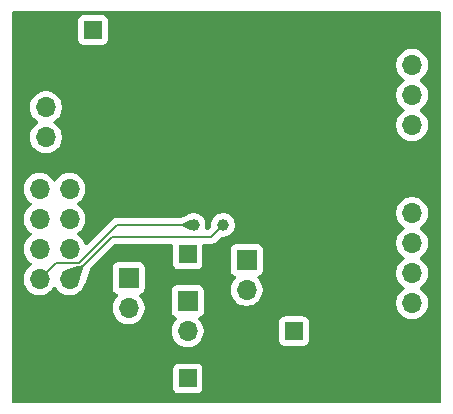
<source format=gbl>
G04 #@! TF.GenerationSoftware,KiCad,Pcbnew,9.0.0*
G04 #@! TF.CreationDate,2025-03-07T02:47:21-06:00*
G04 #@! TF.ProjectId,ATWILC1000_Breakout,41545749-4c43-4313-9030-305f42726561,rev?*
G04 #@! TF.SameCoordinates,Original*
G04 #@! TF.FileFunction,Copper,L2,Bot*
G04 #@! TF.FilePolarity,Positive*
%FSLAX46Y46*%
G04 Gerber Fmt 4.6, Leading zero omitted, Abs format (unit mm)*
G04 Created by KiCad (PCBNEW 9.0.0) date 2025-03-07 02:47:21*
%MOMM*%
%LPD*%
G01*
G04 APERTURE LIST*
G04 #@! TA.AperFunction,ComponentPad*
%ADD10R,1.700000X1.700000*%
G04 #@! TD*
G04 #@! TA.AperFunction,ComponentPad*
%ADD11O,1.700000X1.700000*%
G04 #@! TD*
G04 #@! TA.AperFunction,ComponentPad*
%ADD12R,1.500000X1.500000*%
G04 #@! TD*
G04 #@! TA.AperFunction,ViaPad*
%ADD13C,1.000000*%
G04 #@! TD*
G04 #@! TA.AperFunction,ViaPad*
%ADD14C,0.500000*%
G04 #@! TD*
G04 #@! TA.AperFunction,Conductor*
%ADD15C,0.200000*%
G04 #@! TD*
G04 APERTURE END LIST*
D10*
X130500000Y-96000000D03*
D11*
X130500000Y-98540000D03*
X130500000Y-101080000D03*
D10*
X161500000Y-92420000D03*
D11*
X161500000Y-94960000D03*
X161500000Y-97500000D03*
X161500000Y-100040000D03*
D10*
X132500000Y-115620000D03*
D11*
X129960000Y-115620000D03*
X132500000Y-113080000D03*
X129960000Y-113080000D03*
X132500000Y-110540000D03*
X129960000Y-110540000D03*
X132500000Y-108000000D03*
X129960000Y-108000000D03*
X132500000Y-105460000D03*
X129960000Y-105460000D03*
D12*
X130000000Y-92000000D03*
D10*
X147500000Y-111460000D03*
D11*
X147500000Y-114000000D03*
X147500000Y-116540000D03*
X147500000Y-119080000D03*
D12*
X142500000Y-121500000D03*
D10*
X142500000Y-114960000D03*
D11*
X142500000Y-117500000D03*
D12*
X134500000Y-92000000D03*
D10*
X161500000Y-117660000D03*
D11*
X161500000Y-115120000D03*
X161500000Y-112580000D03*
X161500000Y-110040000D03*
X161500000Y-107500000D03*
D12*
X142500000Y-111000000D03*
X151500000Y-117500000D03*
D10*
X137500000Y-113000000D03*
D11*
X137500000Y-115540000D03*
X137500000Y-118080000D03*
X137500000Y-120620000D03*
D12*
X158000000Y-120660000D03*
D13*
X145500000Y-99500000D03*
D14*
X153000000Y-107085678D03*
D13*
X147500000Y-99500000D03*
X146480000Y-100730000D03*
D14*
X155976431Y-92147304D03*
D13*
X145500000Y-102000000D03*
X147500000Y-102000000D03*
D14*
X141292000Y-96208000D03*
D13*
X143000000Y-108500000D03*
X145500000Y-108500000D03*
D15*
X136512906Y-108500016D02*
X143000000Y-108500000D01*
X136512906Y-108500016D02*
X133321905Y-111691014D01*
X131349005Y-111691013D02*
X133321905Y-111691014D01*
X131349005Y-111691013D02*
X129960000Y-113080000D01*
X144499999Y-109500000D02*
X145500000Y-108500000D01*
X144499999Y-109500000D02*
X136080007Y-109500016D01*
X136080007Y-109500016D02*
X132500000Y-113080000D01*
G04 #@! TA.AperFunction,Conductor*
G36*
X142727687Y-108092426D02*
G01*
X142996630Y-108493484D01*
X142998392Y-108502263D01*
X142996630Y-108506516D01*
X142727687Y-108907573D01*
X142720233Y-108912536D01*
X142713230Y-108911754D01*
X142016567Y-108603083D01*
X142010392Y-108596599D01*
X142009607Y-108592386D01*
X142009607Y-108407613D01*
X142013034Y-108399340D01*
X142016566Y-108396916D01*
X142713232Y-108088244D01*
X142722183Y-108088027D01*
X142727687Y-108092426D01*
G37*
G04 #@! TD.AperFunction*
G04 #@! TA.AperFunction,Conductor*
G36*
X133627750Y-111826685D02*
G01*
X133756133Y-111955068D01*
X133759560Y-111963341D01*
X133758962Y-111967033D01*
X133336922Y-113236039D01*
X133331060Y-113242808D01*
X133323549Y-113243824D01*
X132506978Y-113082227D01*
X132499527Y-113077260D01*
X132497772Y-113073021D01*
X132336175Y-112256450D01*
X132337930Y-112247669D01*
X132343957Y-112243078D01*
X133098576Y-111992111D01*
X133102268Y-111991513D01*
X133280014Y-111991513D01*
X133280018Y-111991514D01*
X133282343Y-111991514D01*
X133361469Y-111991514D01*
X133361469Y-111991513D01*
X133399680Y-111981274D01*
X133437892Y-111971036D01*
X133437896Y-111971034D01*
X133465550Y-111955068D01*
X133506416Y-111931474D01*
X133562365Y-111875525D01*
X133562366Y-111875524D01*
X133611205Y-111826684D01*
X133619477Y-111823258D01*
X133627750Y-111826685D01*
G37*
G04 #@! TD.AperFunction*
G04 #@! TA.AperFunction,Conductor*
G36*
X163892539Y-90394685D02*
G01*
X163938294Y-90447489D01*
X163949500Y-90499000D01*
X163949500Y-123450500D01*
X163929815Y-123517539D01*
X163877011Y-123563294D01*
X163825500Y-123574500D01*
X127749500Y-123574500D01*
X127682461Y-123554815D01*
X127636706Y-123502011D01*
X127625500Y-123450500D01*
X127625500Y-120702135D01*
X141249500Y-120702135D01*
X141249500Y-122297870D01*
X141249501Y-122297876D01*
X141255908Y-122357483D01*
X141306202Y-122492328D01*
X141306206Y-122492335D01*
X141392452Y-122607544D01*
X141392455Y-122607547D01*
X141507664Y-122693793D01*
X141507671Y-122693797D01*
X141642517Y-122744091D01*
X141642516Y-122744091D01*
X141649444Y-122744835D01*
X141702127Y-122750500D01*
X143297872Y-122750499D01*
X143357483Y-122744091D01*
X143492331Y-122693796D01*
X143607546Y-122607546D01*
X143693796Y-122492331D01*
X143744091Y-122357483D01*
X143750500Y-122297873D01*
X143750499Y-120702128D01*
X143744091Y-120642517D01*
X143693796Y-120507669D01*
X143693795Y-120507668D01*
X143693793Y-120507664D01*
X143607547Y-120392455D01*
X143607544Y-120392452D01*
X143492335Y-120306206D01*
X143492328Y-120306202D01*
X143357482Y-120255908D01*
X143357483Y-120255908D01*
X143297883Y-120249501D01*
X143297881Y-120249500D01*
X143297873Y-120249500D01*
X143297864Y-120249500D01*
X141702129Y-120249500D01*
X141702123Y-120249501D01*
X141642516Y-120255908D01*
X141507671Y-120306202D01*
X141507664Y-120306206D01*
X141392455Y-120392452D01*
X141392452Y-120392455D01*
X141306206Y-120507664D01*
X141306202Y-120507671D01*
X141255908Y-120642517D01*
X141249501Y-120702116D01*
X141249501Y-120702123D01*
X141249500Y-120702135D01*
X127625500Y-120702135D01*
X127625500Y-105353713D01*
X128609500Y-105353713D01*
X128609500Y-105566286D01*
X128642753Y-105776239D01*
X128708444Y-105978414D01*
X128804951Y-106167820D01*
X128929890Y-106339786D01*
X129080213Y-106490109D01*
X129252182Y-106615050D01*
X129260946Y-106619516D01*
X129311742Y-106667491D01*
X129328536Y-106735312D01*
X129305998Y-106801447D01*
X129260946Y-106840484D01*
X129252182Y-106844949D01*
X129080213Y-106969890D01*
X128929890Y-107120213D01*
X128804951Y-107292179D01*
X128708444Y-107481585D01*
X128642753Y-107683760D01*
X128636560Y-107722861D01*
X128609500Y-107893713D01*
X128609500Y-108106287D01*
X128642754Y-108316243D01*
X128670442Y-108401459D01*
X128708444Y-108518414D01*
X128804951Y-108707820D01*
X128929890Y-108879786D01*
X129080213Y-109030109D01*
X129252182Y-109155050D01*
X129260946Y-109159516D01*
X129311742Y-109207491D01*
X129328536Y-109275312D01*
X129305998Y-109341447D01*
X129260946Y-109380484D01*
X129252182Y-109384949D01*
X129080213Y-109509890D01*
X128929890Y-109660213D01*
X128804951Y-109832179D01*
X128708444Y-110021585D01*
X128642753Y-110223760D01*
X128625980Y-110329664D01*
X128609500Y-110433713D01*
X128609500Y-110646287D01*
X128642754Y-110856243D01*
X128663402Y-110919792D01*
X128708444Y-111058414D01*
X128804951Y-111247820D01*
X128929890Y-111419786D01*
X129080213Y-111570109D01*
X129252182Y-111695050D01*
X129260946Y-111699516D01*
X129311742Y-111747491D01*
X129328536Y-111815312D01*
X129305998Y-111881447D01*
X129260946Y-111920484D01*
X129252182Y-111924949D01*
X129080213Y-112049890D01*
X128929890Y-112200213D01*
X128804951Y-112372179D01*
X128708444Y-112561585D01*
X128642753Y-112763760D01*
X128609500Y-112973713D01*
X128609500Y-113186286D01*
X128640446Y-113381676D01*
X128642754Y-113396243D01*
X128670484Y-113481588D01*
X128708444Y-113598414D01*
X128804951Y-113787820D01*
X128929890Y-113959786D01*
X129080213Y-114110109D01*
X129252179Y-114235048D01*
X129252181Y-114235049D01*
X129252184Y-114235051D01*
X129441588Y-114331557D01*
X129643757Y-114397246D01*
X129853713Y-114430500D01*
X129853714Y-114430500D01*
X130066286Y-114430500D01*
X130066287Y-114430500D01*
X130276243Y-114397246D01*
X130478412Y-114331557D01*
X130667816Y-114235051D01*
X130705676Y-114207544D01*
X130839786Y-114110109D01*
X130839788Y-114110106D01*
X130839792Y-114110104D01*
X130990104Y-113959792D01*
X130990106Y-113959788D01*
X130990109Y-113959786D01*
X131115048Y-113787820D01*
X131115047Y-113787820D01*
X131115051Y-113787816D01*
X131119514Y-113779054D01*
X131167488Y-113728259D01*
X131235308Y-113711463D01*
X131301444Y-113733999D01*
X131340486Y-113779056D01*
X131344951Y-113787820D01*
X131469890Y-113959786D01*
X131620213Y-114110109D01*
X131792179Y-114235048D01*
X131792181Y-114235049D01*
X131792184Y-114235051D01*
X131981588Y-114331557D01*
X132183757Y-114397246D01*
X132393713Y-114430500D01*
X132393714Y-114430500D01*
X132606286Y-114430500D01*
X132606287Y-114430500D01*
X132816243Y-114397246D01*
X133018412Y-114331557D01*
X133207816Y-114235051D01*
X133245676Y-114207544D01*
X133379786Y-114110109D01*
X133379788Y-114110106D01*
X133379792Y-114110104D01*
X133530104Y-113959792D01*
X133530106Y-113959788D01*
X133530109Y-113959786D01*
X133655048Y-113787820D01*
X133655047Y-113787820D01*
X133655051Y-113787816D01*
X133751557Y-113598412D01*
X133817246Y-113396243D01*
X133817248Y-113396229D01*
X133818292Y-113391880D01*
X133821208Y-113381676D01*
X133850971Y-113292184D01*
X134197459Y-112250348D01*
X134227440Y-112201802D01*
X134235449Y-112193793D01*
X134327108Y-112102135D01*
X136149500Y-112102135D01*
X136149500Y-113897870D01*
X136149501Y-113897876D01*
X136155908Y-113957483D01*
X136206202Y-114092328D01*
X136206206Y-114092335D01*
X136292452Y-114207544D01*
X136292455Y-114207547D01*
X136407664Y-114293793D01*
X136407671Y-114293797D01*
X136539082Y-114342810D01*
X136595016Y-114384681D01*
X136619433Y-114450145D01*
X136604582Y-114518418D01*
X136583431Y-114546673D01*
X136469889Y-114660215D01*
X136344951Y-114832179D01*
X136248444Y-115021585D01*
X136182753Y-115223760D01*
X136149500Y-115433713D01*
X136149500Y-115646286D01*
X136178251Y-115827816D01*
X136182754Y-115856243D01*
X136246468Y-116052335D01*
X136248444Y-116058414D01*
X136344951Y-116247820D01*
X136469890Y-116419786D01*
X136620213Y-116570109D01*
X136792179Y-116695048D01*
X136792181Y-116695049D01*
X136792184Y-116695051D01*
X136981588Y-116791557D01*
X137183757Y-116857246D01*
X137393713Y-116890500D01*
X137393714Y-116890500D01*
X137606286Y-116890500D01*
X137606287Y-116890500D01*
X137816243Y-116857246D01*
X138018412Y-116791557D01*
X138207816Y-116695051D01*
X138229789Y-116679086D01*
X138379786Y-116570109D01*
X138379788Y-116570106D01*
X138379792Y-116570104D01*
X138530104Y-116419792D01*
X138530106Y-116419788D01*
X138530109Y-116419786D01*
X138653827Y-116249501D01*
X138655051Y-116247816D01*
X138751557Y-116058412D01*
X138817246Y-115856243D01*
X138850500Y-115646287D01*
X138850500Y-115433713D01*
X138817246Y-115223757D01*
X138751557Y-115021588D01*
X138655051Y-114832184D01*
X138655049Y-114832181D01*
X138655048Y-114832179D01*
X138530109Y-114660213D01*
X138416569Y-114546673D01*
X138383084Y-114485350D01*
X138388068Y-114415658D01*
X138429940Y-114359725D01*
X138460915Y-114342810D01*
X138592331Y-114293796D01*
X138707546Y-114207546D01*
X138793796Y-114092331D01*
X138794707Y-114089890D01*
X138805059Y-114062135D01*
X141149500Y-114062135D01*
X141149500Y-115857870D01*
X141149501Y-115857876D01*
X141155908Y-115917483D01*
X141206202Y-116052328D01*
X141206206Y-116052335D01*
X141292452Y-116167544D01*
X141292455Y-116167547D01*
X141407664Y-116253793D01*
X141407671Y-116253797D01*
X141539082Y-116302810D01*
X141595016Y-116344681D01*
X141619433Y-116410145D01*
X141604582Y-116478418D01*
X141583431Y-116506673D01*
X141469889Y-116620215D01*
X141344951Y-116792179D01*
X141248444Y-116981585D01*
X141182753Y-117183760D01*
X141149500Y-117393713D01*
X141149500Y-117606286D01*
X141182753Y-117816239D01*
X141248444Y-118018414D01*
X141344951Y-118207820D01*
X141469890Y-118379786D01*
X141620213Y-118530109D01*
X141792179Y-118655048D01*
X141792181Y-118655049D01*
X141792184Y-118655051D01*
X141981588Y-118751557D01*
X142183757Y-118817246D01*
X142393713Y-118850500D01*
X142393714Y-118850500D01*
X142606286Y-118850500D01*
X142606287Y-118850500D01*
X142816243Y-118817246D01*
X143018412Y-118751557D01*
X143207816Y-118655051D01*
X143273200Y-118607547D01*
X143379786Y-118530109D01*
X143379788Y-118530106D01*
X143379792Y-118530104D01*
X143530104Y-118379792D01*
X143530106Y-118379788D01*
X143530109Y-118379786D01*
X143655048Y-118207820D01*
X143655047Y-118207820D01*
X143655051Y-118207816D01*
X143751557Y-118018412D01*
X143817246Y-117816243D01*
X143850500Y-117606287D01*
X143850500Y-117393713D01*
X143817246Y-117183757D01*
X143751557Y-116981588D01*
X143655051Y-116792184D01*
X143655049Y-116792181D01*
X143640162Y-116771690D01*
X143640161Y-116771689D01*
X143589628Y-116702135D01*
X150249500Y-116702135D01*
X150249500Y-118297870D01*
X150249501Y-118297876D01*
X150255908Y-118357483D01*
X150306202Y-118492328D01*
X150306206Y-118492335D01*
X150392452Y-118607544D01*
X150392455Y-118607547D01*
X150507664Y-118693793D01*
X150507671Y-118693797D01*
X150642517Y-118744091D01*
X150642516Y-118744091D01*
X150649444Y-118744835D01*
X150702127Y-118750500D01*
X152297872Y-118750499D01*
X152357483Y-118744091D01*
X152492331Y-118693796D01*
X152607546Y-118607546D01*
X152693796Y-118492331D01*
X152744091Y-118357483D01*
X152750500Y-118297873D01*
X152750499Y-116702128D01*
X152744091Y-116642517D01*
X152735770Y-116620208D01*
X152693797Y-116507671D01*
X152693793Y-116507664D01*
X152607547Y-116392455D01*
X152607544Y-116392452D01*
X152492335Y-116306206D01*
X152492328Y-116306202D01*
X152357482Y-116255908D01*
X152357483Y-116255908D01*
X152297883Y-116249501D01*
X152297881Y-116249500D01*
X152297873Y-116249500D01*
X152297864Y-116249500D01*
X150702129Y-116249500D01*
X150702123Y-116249501D01*
X150642516Y-116255908D01*
X150507671Y-116306202D01*
X150507664Y-116306206D01*
X150392455Y-116392452D01*
X150392452Y-116392455D01*
X150306206Y-116507664D01*
X150306202Y-116507671D01*
X150255908Y-116642517D01*
X150250261Y-116695048D01*
X150249501Y-116702123D01*
X150249500Y-116702135D01*
X143589628Y-116702135D01*
X143530109Y-116620214D01*
X143530105Y-116620209D01*
X143416569Y-116506673D01*
X143383084Y-116445350D01*
X143388068Y-116375658D01*
X143429940Y-116319725D01*
X143460915Y-116302810D01*
X143592331Y-116253796D01*
X143707546Y-116167546D01*
X143793796Y-116052331D01*
X143844091Y-115917483D01*
X143850500Y-115857873D01*
X143850499Y-114062128D01*
X143844091Y-114002517D01*
X143828414Y-113960486D01*
X143793797Y-113867671D01*
X143793793Y-113867664D01*
X143707547Y-113752455D01*
X143707544Y-113752452D01*
X143592335Y-113666206D01*
X143592328Y-113666202D01*
X143457482Y-113615908D01*
X143457483Y-113615908D01*
X143397883Y-113609501D01*
X143397881Y-113609500D01*
X143397873Y-113609500D01*
X143397864Y-113609500D01*
X141602129Y-113609500D01*
X141602123Y-113609501D01*
X141542516Y-113615908D01*
X141407671Y-113666202D01*
X141407664Y-113666206D01*
X141292455Y-113752452D01*
X141292452Y-113752455D01*
X141206206Y-113867664D01*
X141206202Y-113867671D01*
X141155908Y-114002517D01*
X141154515Y-114015478D01*
X141149501Y-114062123D01*
X141149500Y-114062135D01*
X138805059Y-114062135D01*
X138822460Y-114015478D01*
X138844091Y-113957483D01*
X138850500Y-113897873D01*
X138850499Y-112102128D01*
X138844091Y-112042517D01*
X138832382Y-112011124D01*
X138793797Y-111907671D01*
X138793793Y-111907664D01*
X138707547Y-111792455D01*
X138707544Y-111792452D01*
X138592335Y-111706206D01*
X138592328Y-111706202D01*
X138457482Y-111655908D01*
X138457483Y-111655908D01*
X138397883Y-111649501D01*
X138397881Y-111649500D01*
X138397873Y-111649500D01*
X138397864Y-111649500D01*
X136602129Y-111649500D01*
X136602123Y-111649501D01*
X136542516Y-111655908D01*
X136407671Y-111706202D01*
X136407664Y-111706206D01*
X136292455Y-111792452D01*
X136292452Y-111792455D01*
X136206206Y-111907664D01*
X136206202Y-111907671D01*
X136155908Y-112042517D01*
X136149501Y-112102116D01*
X136149501Y-112102123D01*
X136149500Y-112102135D01*
X134327108Y-112102135D01*
X136292426Y-110136829D01*
X136353746Y-110103348D01*
X136380095Y-110100514D01*
X141125500Y-110100506D01*
X141192539Y-110120190D01*
X141238294Y-110172994D01*
X141249500Y-110224506D01*
X141249500Y-111797870D01*
X141249501Y-111797876D01*
X141255908Y-111857483D01*
X141306202Y-111992328D01*
X141306206Y-111992335D01*
X141392452Y-112107544D01*
X141392455Y-112107547D01*
X141507664Y-112193793D01*
X141507671Y-112193797D01*
X141642517Y-112244091D01*
X141642516Y-112244091D01*
X141649444Y-112244835D01*
X141702127Y-112250500D01*
X143297872Y-112250499D01*
X143357483Y-112244091D01*
X143492331Y-112193796D01*
X143607546Y-112107546D01*
X143693796Y-111992331D01*
X143744091Y-111857483D01*
X143750500Y-111797873D01*
X143750499Y-110562135D01*
X146149500Y-110562135D01*
X146149500Y-112357870D01*
X146149501Y-112357876D01*
X146155908Y-112417483D01*
X146206202Y-112552328D01*
X146206206Y-112552335D01*
X146292452Y-112667544D01*
X146292455Y-112667547D01*
X146407664Y-112753793D01*
X146407671Y-112753797D01*
X146539082Y-112802810D01*
X146595016Y-112844681D01*
X146619433Y-112910145D01*
X146604582Y-112978418D01*
X146583431Y-113006673D01*
X146469889Y-113120215D01*
X146344951Y-113292179D01*
X146248444Y-113481585D01*
X146182753Y-113683760D01*
X146149500Y-113893713D01*
X146149500Y-114106286D01*
X146179198Y-114293796D01*
X146182754Y-114316243D01*
X146237700Y-114485350D01*
X146248444Y-114518414D01*
X146344951Y-114707820D01*
X146469890Y-114879786D01*
X146620213Y-115030109D01*
X146792179Y-115155048D01*
X146792181Y-115155049D01*
X146792184Y-115155051D01*
X146981588Y-115251557D01*
X147183757Y-115317246D01*
X147393713Y-115350500D01*
X147393714Y-115350500D01*
X147606286Y-115350500D01*
X147606287Y-115350500D01*
X147816243Y-115317246D01*
X148018412Y-115251557D01*
X148207816Y-115155051D01*
X148229789Y-115139086D01*
X148379786Y-115030109D01*
X148379788Y-115030106D01*
X148379792Y-115030104D01*
X148530104Y-114879792D01*
X148530106Y-114879788D01*
X148530109Y-114879786D01*
X148655048Y-114707820D01*
X148655047Y-114707820D01*
X148655051Y-114707816D01*
X148751557Y-114518412D01*
X148817246Y-114316243D01*
X148850500Y-114106287D01*
X148850500Y-113893713D01*
X148817246Y-113683757D01*
X148751557Y-113481588D01*
X148655051Y-113292184D01*
X148655049Y-113292181D01*
X148655048Y-113292179D01*
X148530109Y-113120213D01*
X148416569Y-113006673D01*
X148383084Y-112945350D01*
X148388068Y-112875658D01*
X148429940Y-112819725D01*
X148460915Y-112802810D01*
X148592331Y-112753796D01*
X148707546Y-112667546D01*
X148793796Y-112552331D01*
X148844091Y-112417483D01*
X148850500Y-112357873D01*
X148850499Y-110562128D01*
X148844091Y-110502517D01*
X148793796Y-110367669D01*
X148793795Y-110367668D01*
X148793793Y-110367664D01*
X148707547Y-110252455D01*
X148707544Y-110252452D01*
X148592335Y-110166206D01*
X148592328Y-110166202D01*
X148457482Y-110115908D01*
X148457483Y-110115908D01*
X148397883Y-110109501D01*
X148397881Y-110109500D01*
X148397873Y-110109500D01*
X148397864Y-110109500D01*
X146602129Y-110109500D01*
X146602123Y-110109501D01*
X146542516Y-110115908D01*
X146407671Y-110166202D01*
X146407664Y-110166206D01*
X146292455Y-110252452D01*
X146292452Y-110252455D01*
X146206206Y-110367664D01*
X146206202Y-110367671D01*
X146155908Y-110502517D01*
X146149899Y-110558412D01*
X146149501Y-110562123D01*
X146149500Y-110562135D01*
X143750499Y-110562135D01*
X143750499Y-110224499D01*
X143770184Y-110157461D01*
X143822988Y-110111706D01*
X143874495Y-110100500D01*
X144456951Y-110100500D01*
X144579056Y-110100501D01*
X144707492Y-110066086D01*
X144731784Y-110059577D01*
X144821691Y-110007669D01*
X144868715Y-109980520D01*
X145312415Y-109536818D01*
X145373738Y-109503334D01*
X145400096Y-109500500D01*
X145598543Y-109500500D01*
X145728582Y-109474632D01*
X145791835Y-109462051D01*
X145973914Y-109386632D01*
X146137782Y-109277139D01*
X146277139Y-109137782D01*
X146386632Y-108973914D01*
X146462051Y-108791835D01*
X146480606Y-108698556D01*
X146500500Y-108598543D01*
X146500500Y-108401456D01*
X146462052Y-108208170D01*
X146462051Y-108208169D01*
X146462051Y-108208165D01*
X146461908Y-108207820D01*
X146386635Y-108026092D01*
X146386628Y-108026079D01*
X146277139Y-107862218D01*
X146277136Y-107862214D01*
X146137785Y-107722863D01*
X146137781Y-107722860D01*
X145973920Y-107613371D01*
X145973907Y-107613364D01*
X145791839Y-107537950D01*
X145791829Y-107537947D01*
X145653632Y-107510458D01*
X145598543Y-107499500D01*
X145598541Y-107499500D01*
X145401459Y-107499500D01*
X145401457Y-107499500D01*
X145208170Y-107537947D01*
X145208160Y-107537950D01*
X145026092Y-107613364D01*
X145026079Y-107613371D01*
X144862218Y-107722860D01*
X144862214Y-107722863D01*
X144722863Y-107862214D01*
X144722860Y-107862218D01*
X144613371Y-108026079D01*
X144613364Y-108026092D01*
X144537950Y-108208160D01*
X144537947Y-108208170D01*
X144499500Y-108401456D01*
X144499500Y-108599901D01*
X144490855Y-108629341D01*
X144484332Y-108659328D01*
X144480577Y-108664343D01*
X144479815Y-108666940D01*
X144463181Y-108687582D01*
X144287581Y-108863181D01*
X144226258Y-108896666D01*
X144199900Y-108899500D01*
X144091729Y-108899500D01*
X144024690Y-108879815D01*
X143978935Y-108827011D01*
X143968991Y-108757853D01*
X143970112Y-108751308D01*
X143978764Y-108707816D01*
X143991753Y-108642516D01*
X144000500Y-108598543D01*
X144000500Y-108401456D01*
X143962052Y-108208170D01*
X143962051Y-108208169D01*
X143962051Y-108208165D01*
X143961908Y-108207820D01*
X143886635Y-108026092D01*
X143886628Y-108026079D01*
X143777139Y-107862218D01*
X143777136Y-107862214D01*
X143637785Y-107722863D01*
X143637781Y-107722860D01*
X143473920Y-107613371D01*
X143473907Y-107613364D01*
X143291839Y-107537950D01*
X143291829Y-107537947D01*
X143098543Y-107499500D01*
X143098541Y-107499500D01*
X142901459Y-107499500D01*
X142901457Y-107499500D01*
X142708170Y-107537947D01*
X142708160Y-107537950D01*
X142526090Y-107613366D01*
X142526076Y-107613373D01*
X142513205Y-107621973D01*
X142494550Y-107632238D01*
X141915333Y-107888872D01*
X141865102Y-107899502D01*
X136591966Y-107899515D01*
X136591964Y-107899515D01*
X136433849Y-107899515D01*
X136357485Y-107919977D01*
X136281120Y-107940439D01*
X136281119Y-107940440D01*
X136180879Y-107998314D01*
X136144192Y-108019495D01*
X136144186Y-108019499D01*
X136032383Y-108131303D01*
X133990414Y-110173269D01*
X133929091Y-110206754D01*
X133859399Y-110201770D01*
X133803466Y-110159898D01*
X133784802Y-110123906D01*
X133782204Y-110115909D01*
X133751557Y-110021588D01*
X133655051Y-109832184D01*
X133655049Y-109832181D01*
X133655048Y-109832179D01*
X133530109Y-109660213D01*
X133379786Y-109509890D01*
X133207820Y-109384951D01*
X133207115Y-109384591D01*
X133199054Y-109380485D01*
X133148259Y-109332512D01*
X133131463Y-109264692D01*
X133153999Y-109198556D01*
X133199054Y-109159515D01*
X133207816Y-109155051D01*
X133231586Y-109137781D01*
X133379786Y-109030109D01*
X133379788Y-109030106D01*
X133379792Y-109030104D01*
X133530104Y-108879792D01*
X133530106Y-108879788D01*
X133530109Y-108879786D01*
X133655048Y-108707820D01*
X133655047Y-108707820D01*
X133655051Y-108707816D01*
X133751557Y-108518412D01*
X133817246Y-108316243D01*
X133850500Y-108106287D01*
X133850500Y-107893713D01*
X133817246Y-107683757D01*
X133751557Y-107481588D01*
X133706783Y-107393713D01*
X160149500Y-107393713D01*
X160149500Y-107606287D01*
X160182754Y-107816243D01*
X160223108Y-107940440D01*
X160248444Y-108018414D01*
X160344951Y-108207820D01*
X160469890Y-108379786D01*
X160620213Y-108530109D01*
X160792182Y-108655050D01*
X160800946Y-108659516D01*
X160851742Y-108707491D01*
X160868536Y-108775312D01*
X160845998Y-108841447D01*
X160800946Y-108880484D01*
X160792182Y-108884949D01*
X160620213Y-109009890D01*
X160469890Y-109160213D01*
X160344951Y-109332179D01*
X160248444Y-109521585D01*
X160182753Y-109723760D01*
X160153488Y-109908536D01*
X160149500Y-109933713D01*
X160149500Y-110146287D01*
X160182754Y-110356243D01*
X160230281Y-110502516D01*
X160248444Y-110558414D01*
X160344951Y-110747820D01*
X160469890Y-110919786D01*
X160620213Y-111070109D01*
X160792182Y-111195050D01*
X160800946Y-111199516D01*
X160851742Y-111247491D01*
X160868536Y-111315312D01*
X160845998Y-111381447D01*
X160800946Y-111420484D01*
X160792182Y-111424949D01*
X160620213Y-111549890D01*
X160469890Y-111700213D01*
X160344951Y-111872179D01*
X160248444Y-112061585D01*
X160182753Y-112263760D01*
X160149500Y-112473713D01*
X160149500Y-112686286D01*
X160179493Y-112875658D01*
X160182754Y-112896243D01*
X160209454Y-112978418D01*
X160248444Y-113098414D01*
X160344951Y-113287820D01*
X160469890Y-113459786D01*
X160620213Y-113610109D01*
X160792182Y-113735050D01*
X160800946Y-113739516D01*
X160851742Y-113787491D01*
X160868536Y-113855312D01*
X160845998Y-113921447D01*
X160800946Y-113960484D01*
X160792182Y-113964949D01*
X160620213Y-114089890D01*
X160469890Y-114240213D01*
X160344951Y-114412179D01*
X160248444Y-114601585D01*
X160248443Y-114601587D01*
X160248443Y-114601588D01*
X160229394Y-114660215D01*
X160182753Y-114803760D01*
X160149500Y-115013713D01*
X160149500Y-115226286D01*
X160182753Y-115436239D01*
X160248444Y-115638414D01*
X160344951Y-115827820D01*
X160469890Y-115999786D01*
X160620213Y-116150109D01*
X160792179Y-116275048D01*
X160792181Y-116275049D01*
X160792184Y-116275051D01*
X160981588Y-116371557D01*
X161183757Y-116437246D01*
X161393713Y-116470500D01*
X161393714Y-116470500D01*
X161606286Y-116470500D01*
X161606287Y-116470500D01*
X161816243Y-116437246D01*
X162018412Y-116371557D01*
X162207816Y-116275051D01*
X162355784Y-116167547D01*
X162379786Y-116150109D01*
X162379788Y-116150106D01*
X162379792Y-116150104D01*
X162530104Y-115999792D01*
X162530106Y-115999788D01*
X162530109Y-115999786D01*
X162655048Y-115827820D01*
X162655047Y-115827820D01*
X162655051Y-115827816D01*
X162751557Y-115638412D01*
X162817246Y-115436243D01*
X162850500Y-115226287D01*
X162850500Y-115013713D01*
X162817246Y-114803757D01*
X162751557Y-114601588D01*
X162655051Y-114412184D01*
X162655049Y-114412181D01*
X162655048Y-114412179D01*
X162530109Y-114240213D01*
X162379786Y-114089890D01*
X162207820Y-113964951D01*
X162207115Y-113964591D01*
X162199054Y-113960485D01*
X162148259Y-113912512D01*
X162131463Y-113844692D01*
X162153999Y-113778556D01*
X162199054Y-113739515D01*
X162207816Y-113735051D01*
X162302574Y-113666206D01*
X162379786Y-113610109D01*
X162379788Y-113610106D01*
X162379792Y-113610104D01*
X162530104Y-113459792D01*
X162530106Y-113459788D01*
X162530109Y-113459786D01*
X162655048Y-113287820D01*
X162655047Y-113287820D01*
X162655051Y-113287816D01*
X162751557Y-113098412D01*
X162817246Y-112896243D01*
X162850500Y-112686287D01*
X162850500Y-112473713D01*
X162817246Y-112263757D01*
X162751557Y-112061588D01*
X162655051Y-111872184D01*
X162655049Y-111872181D01*
X162655048Y-111872179D01*
X162530109Y-111700213D01*
X162379786Y-111549890D01*
X162207820Y-111424951D01*
X162207115Y-111424591D01*
X162199054Y-111420485D01*
X162148259Y-111372512D01*
X162131463Y-111304692D01*
X162153999Y-111238556D01*
X162199054Y-111199515D01*
X162207816Y-111195051D01*
X162319776Y-111113708D01*
X162379786Y-111070109D01*
X162379788Y-111070106D01*
X162379792Y-111070104D01*
X162530104Y-110919792D01*
X162530106Y-110919788D01*
X162530109Y-110919786D01*
X162655048Y-110747820D01*
X162655047Y-110747820D01*
X162655051Y-110747816D01*
X162751557Y-110558412D01*
X162817246Y-110356243D01*
X162850500Y-110146287D01*
X162850500Y-109933713D01*
X162817246Y-109723757D01*
X162751557Y-109521588D01*
X162655051Y-109332184D01*
X162655049Y-109332181D01*
X162655048Y-109332179D01*
X162530109Y-109160213D01*
X162379786Y-109009890D01*
X162207820Y-108884951D01*
X162207115Y-108884591D01*
X162199054Y-108880485D01*
X162148259Y-108832512D01*
X162131463Y-108764692D01*
X162153999Y-108698556D01*
X162199054Y-108659515D01*
X162207816Y-108655051D01*
X162285596Y-108598541D01*
X162379786Y-108530109D01*
X162379788Y-108530106D01*
X162379792Y-108530104D01*
X162530104Y-108379792D01*
X162530106Y-108379788D01*
X162530109Y-108379786D01*
X162655048Y-108207820D01*
X162655047Y-108207820D01*
X162655051Y-108207816D01*
X162751557Y-108018412D01*
X162817246Y-107816243D01*
X162850500Y-107606287D01*
X162850500Y-107393713D01*
X162817246Y-107183757D01*
X162751557Y-106981588D01*
X162655051Y-106792184D01*
X162655049Y-106792181D01*
X162655048Y-106792179D01*
X162530109Y-106620213D01*
X162379786Y-106469890D01*
X162207820Y-106344951D01*
X162018414Y-106248444D01*
X162018413Y-106248443D01*
X162018412Y-106248443D01*
X161816243Y-106182754D01*
X161816241Y-106182753D01*
X161816240Y-106182753D01*
X161654957Y-106157208D01*
X161606287Y-106149500D01*
X161393713Y-106149500D01*
X161345042Y-106157208D01*
X161183760Y-106182753D01*
X160981585Y-106248444D01*
X160792179Y-106344951D01*
X160620213Y-106469890D01*
X160469890Y-106620213D01*
X160344951Y-106792179D01*
X160248444Y-106981585D01*
X160182753Y-107183760D01*
X160153488Y-107368536D01*
X160149500Y-107393713D01*
X133706783Y-107393713D01*
X133655051Y-107292184D01*
X133655049Y-107292181D01*
X133655048Y-107292179D01*
X133530109Y-107120213D01*
X133379786Y-106969890D01*
X133207820Y-106844951D01*
X133207115Y-106844591D01*
X133199054Y-106840485D01*
X133148259Y-106792512D01*
X133131463Y-106724692D01*
X133153999Y-106658556D01*
X133199054Y-106619515D01*
X133207816Y-106615051D01*
X133229789Y-106599086D01*
X133379786Y-106490109D01*
X133379788Y-106490106D01*
X133379792Y-106490104D01*
X133530104Y-106339792D01*
X133530106Y-106339788D01*
X133530109Y-106339786D01*
X133655048Y-106167820D01*
X133655047Y-106167820D01*
X133655051Y-106167816D01*
X133751557Y-105978412D01*
X133817246Y-105776243D01*
X133850500Y-105566287D01*
X133850500Y-105353713D01*
X133817246Y-105143757D01*
X133751557Y-104941588D01*
X133655051Y-104752184D01*
X133655049Y-104752181D01*
X133655048Y-104752179D01*
X133530109Y-104580213D01*
X133379786Y-104429890D01*
X133207820Y-104304951D01*
X133018414Y-104208444D01*
X133018413Y-104208443D01*
X133018412Y-104208443D01*
X132816243Y-104142754D01*
X132816241Y-104142753D01*
X132816240Y-104142753D01*
X132654957Y-104117208D01*
X132606287Y-104109500D01*
X132393713Y-104109500D01*
X132345042Y-104117208D01*
X132183760Y-104142753D01*
X131981585Y-104208444D01*
X131792179Y-104304951D01*
X131620213Y-104429890D01*
X131469890Y-104580213D01*
X131344949Y-104752182D01*
X131340484Y-104760946D01*
X131292509Y-104811742D01*
X131224688Y-104828536D01*
X131158553Y-104805998D01*
X131119516Y-104760946D01*
X131115050Y-104752182D01*
X130990109Y-104580213D01*
X130839786Y-104429890D01*
X130667820Y-104304951D01*
X130478414Y-104208444D01*
X130478413Y-104208443D01*
X130478412Y-104208443D01*
X130276243Y-104142754D01*
X130276241Y-104142753D01*
X130276240Y-104142753D01*
X130114957Y-104117208D01*
X130066287Y-104109500D01*
X129853713Y-104109500D01*
X129805042Y-104117208D01*
X129643760Y-104142753D01*
X129441585Y-104208444D01*
X129252179Y-104304951D01*
X129080213Y-104429890D01*
X128929890Y-104580213D01*
X128804951Y-104752179D01*
X128708444Y-104941585D01*
X128642753Y-105143760D01*
X128609500Y-105353713D01*
X127625500Y-105353713D01*
X127625500Y-98433713D01*
X129149500Y-98433713D01*
X129149500Y-98646286D01*
X129180410Y-98841447D01*
X129182754Y-98856243D01*
X129232677Y-99009890D01*
X129248444Y-99058414D01*
X129344951Y-99247820D01*
X129469890Y-99419786D01*
X129620213Y-99570109D01*
X129792182Y-99695050D01*
X129800946Y-99699516D01*
X129851742Y-99747491D01*
X129868536Y-99815312D01*
X129845998Y-99881447D01*
X129800946Y-99920484D01*
X129792182Y-99924949D01*
X129620213Y-100049890D01*
X129469890Y-100200213D01*
X129344951Y-100372179D01*
X129248444Y-100561585D01*
X129182753Y-100763760D01*
X129149500Y-100973713D01*
X129149500Y-101186286D01*
X129182753Y-101396239D01*
X129248444Y-101598414D01*
X129344951Y-101787820D01*
X129469890Y-101959786D01*
X129620213Y-102110109D01*
X129792179Y-102235048D01*
X129792181Y-102235049D01*
X129792184Y-102235051D01*
X129981588Y-102331557D01*
X130183757Y-102397246D01*
X130393713Y-102430500D01*
X130393714Y-102430500D01*
X130606286Y-102430500D01*
X130606287Y-102430500D01*
X130816243Y-102397246D01*
X131018412Y-102331557D01*
X131207816Y-102235051D01*
X131229789Y-102219086D01*
X131379786Y-102110109D01*
X131379788Y-102110106D01*
X131379792Y-102110104D01*
X131530104Y-101959792D01*
X131530106Y-101959788D01*
X131530109Y-101959786D01*
X131655048Y-101787820D01*
X131655047Y-101787820D01*
X131655051Y-101787816D01*
X131751557Y-101598412D01*
X131817246Y-101396243D01*
X131850500Y-101186287D01*
X131850500Y-100973713D01*
X131817246Y-100763757D01*
X131751557Y-100561588D01*
X131655051Y-100372184D01*
X131655049Y-100372181D01*
X131655048Y-100372179D01*
X131530109Y-100200213D01*
X131379786Y-100049890D01*
X131207820Y-99924951D01*
X131207115Y-99924591D01*
X131199054Y-99920485D01*
X131148259Y-99872512D01*
X131131463Y-99804692D01*
X131153999Y-99738556D01*
X131199054Y-99699515D01*
X131207816Y-99695051D01*
X131229789Y-99679086D01*
X131379786Y-99570109D01*
X131379788Y-99570106D01*
X131379792Y-99570104D01*
X131530104Y-99419792D01*
X131530106Y-99419788D01*
X131530109Y-99419786D01*
X131655048Y-99247820D01*
X131655047Y-99247820D01*
X131655051Y-99247816D01*
X131751557Y-99058412D01*
X131817246Y-98856243D01*
X131850500Y-98646287D01*
X131850500Y-98433713D01*
X131817246Y-98223757D01*
X131751557Y-98021588D01*
X131655051Y-97832184D01*
X131655049Y-97832181D01*
X131655048Y-97832179D01*
X131530109Y-97660213D01*
X131379786Y-97509890D01*
X131207820Y-97384951D01*
X131018414Y-97288444D01*
X131018413Y-97288443D01*
X131018412Y-97288443D01*
X130816243Y-97222754D01*
X130816241Y-97222753D01*
X130816240Y-97222753D01*
X130654957Y-97197208D01*
X130606287Y-97189500D01*
X130393713Y-97189500D01*
X130345042Y-97197208D01*
X130183760Y-97222753D01*
X129981585Y-97288444D01*
X129792179Y-97384951D01*
X129620213Y-97509890D01*
X129469890Y-97660213D01*
X129344951Y-97832179D01*
X129248444Y-98021585D01*
X129182753Y-98223760D01*
X129149500Y-98433713D01*
X127625500Y-98433713D01*
X127625500Y-94853713D01*
X160149500Y-94853713D01*
X160149500Y-95066286D01*
X160182753Y-95276239D01*
X160248444Y-95478414D01*
X160344951Y-95667820D01*
X160469890Y-95839786D01*
X160620213Y-95990109D01*
X160792182Y-96115050D01*
X160800946Y-96119516D01*
X160851742Y-96167491D01*
X160868536Y-96235312D01*
X160845998Y-96301447D01*
X160800946Y-96340484D01*
X160792182Y-96344949D01*
X160620213Y-96469890D01*
X160469890Y-96620213D01*
X160344951Y-96792179D01*
X160248444Y-96981585D01*
X160182753Y-97183760D01*
X160149500Y-97393713D01*
X160149500Y-97606286D01*
X160182753Y-97816239D01*
X160248444Y-98018414D01*
X160344951Y-98207820D01*
X160469890Y-98379786D01*
X160620213Y-98530109D01*
X160792182Y-98655050D01*
X160800946Y-98659516D01*
X160851742Y-98707491D01*
X160868536Y-98775312D01*
X160845998Y-98841447D01*
X160800946Y-98880484D01*
X160792182Y-98884949D01*
X160620213Y-99009890D01*
X160469890Y-99160213D01*
X160344951Y-99332179D01*
X160248444Y-99521585D01*
X160248443Y-99521587D01*
X160248443Y-99521588D01*
X160215598Y-99622672D01*
X160182753Y-99723760D01*
X160149500Y-99933713D01*
X160149500Y-100146286D01*
X160182753Y-100356239D01*
X160248444Y-100558414D01*
X160344951Y-100747820D01*
X160469890Y-100919786D01*
X160620213Y-101070109D01*
X160792179Y-101195048D01*
X160792181Y-101195049D01*
X160792184Y-101195051D01*
X160981588Y-101291557D01*
X161183757Y-101357246D01*
X161393713Y-101390500D01*
X161393714Y-101390500D01*
X161606286Y-101390500D01*
X161606287Y-101390500D01*
X161816243Y-101357246D01*
X162018412Y-101291557D01*
X162207816Y-101195051D01*
X162229789Y-101179086D01*
X162379786Y-101070109D01*
X162379788Y-101070106D01*
X162379792Y-101070104D01*
X162530104Y-100919792D01*
X162530106Y-100919788D01*
X162530109Y-100919786D01*
X162655048Y-100747820D01*
X162655047Y-100747820D01*
X162655051Y-100747816D01*
X162751557Y-100558412D01*
X162817246Y-100356243D01*
X162850500Y-100146287D01*
X162850500Y-99933713D01*
X162817246Y-99723757D01*
X162751557Y-99521588D01*
X162655051Y-99332184D01*
X162655049Y-99332181D01*
X162655048Y-99332179D01*
X162530109Y-99160213D01*
X162379786Y-99009890D01*
X162207820Y-98884951D01*
X162207115Y-98884591D01*
X162199054Y-98880485D01*
X162148259Y-98832512D01*
X162131463Y-98764692D01*
X162153999Y-98698556D01*
X162199054Y-98659515D01*
X162207816Y-98655051D01*
X162229789Y-98639086D01*
X162379786Y-98530109D01*
X162379788Y-98530106D01*
X162379792Y-98530104D01*
X162530104Y-98379792D01*
X162530106Y-98379788D01*
X162530109Y-98379786D01*
X162655048Y-98207820D01*
X162655047Y-98207820D01*
X162655051Y-98207816D01*
X162751557Y-98018412D01*
X162817246Y-97816243D01*
X162850500Y-97606287D01*
X162850500Y-97393713D01*
X162817246Y-97183757D01*
X162751557Y-96981588D01*
X162655051Y-96792184D01*
X162655049Y-96792181D01*
X162655048Y-96792179D01*
X162530109Y-96620213D01*
X162379786Y-96469890D01*
X162207820Y-96344951D01*
X162207115Y-96344591D01*
X162199054Y-96340485D01*
X162148259Y-96292512D01*
X162131463Y-96224692D01*
X162153999Y-96158556D01*
X162199054Y-96119515D01*
X162207816Y-96115051D01*
X162229789Y-96099086D01*
X162379786Y-95990109D01*
X162379788Y-95990106D01*
X162379792Y-95990104D01*
X162530104Y-95839792D01*
X162530106Y-95839788D01*
X162530109Y-95839786D01*
X162655048Y-95667820D01*
X162655047Y-95667820D01*
X162655051Y-95667816D01*
X162751557Y-95478412D01*
X162817246Y-95276243D01*
X162850500Y-95066287D01*
X162850500Y-94853713D01*
X162817246Y-94643757D01*
X162751557Y-94441588D01*
X162655051Y-94252184D01*
X162655049Y-94252181D01*
X162655048Y-94252179D01*
X162530109Y-94080213D01*
X162379786Y-93929890D01*
X162207820Y-93804951D01*
X162018414Y-93708444D01*
X162018413Y-93708443D01*
X162018412Y-93708443D01*
X161816243Y-93642754D01*
X161816241Y-93642753D01*
X161816240Y-93642753D01*
X161654957Y-93617208D01*
X161606287Y-93609500D01*
X161393713Y-93609500D01*
X161345042Y-93617208D01*
X161183760Y-93642753D01*
X160981585Y-93708444D01*
X160792179Y-93804951D01*
X160620213Y-93929890D01*
X160469890Y-94080213D01*
X160344951Y-94252179D01*
X160248444Y-94441585D01*
X160182753Y-94643760D01*
X160149500Y-94853713D01*
X127625500Y-94853713D01*
X127625500Y-91202135D01*
X133249500Y-91202135D01*
X133249500Y-92797870D01*
X133249501Y-92797876D01*
X133255908Y-92857483D01*
X133306202Y-92992328D01*
X133306206Y-92992335D01*
X133392452Y-93107544D01*
X133392455Y-93107547D01*
X133507664Y-93193793D01*
X133507671Y-93193797D01*
X133642517Y-93244091D01*
X133642516Y-93244091D01*
X133649444Y-93244835D01*
X133702127Y-93250500D01*
X135297872Y-93250499D01*
X135357483Y-93244091D01*
X135492331Y-93193796D01*
X135607546Y-93107546D01*
X135693796Y-92992331D01*
X135744091Y-92857483D01*
X135750500Y-92797873D01*
X135750499Y-91202128D01*
X135744091Y-91142517D01*
X135693796Y-91007669D01*
X135693795Y-91007668D01*
X135693793Y-91007664D01*
X135607547Y-90892455D01*
X135607544Y-90892452D01*
X135492335Y-90806206D01*
X135492328Y-90806202D01*
X135357482Y-90755908D01*
X135357483Y-90755908D01*
X135297883Y-90749501D01*
X135297881Y-90749500D01*
X135297873Y-90749500D01*
X135297864Y-90749500D01*
X133702129Y-90749500D01*
X133702123Y-90749501D01*
X133642516Y-90755908D01*
X133507671Y-90806202D01*
X133507664Y-90806206D01*
X133392455Y-90892452D01*
X133392452Y-90892455D01*
X133306206Y-91007664D01*
X133306202Y-91007671D01*
X133255908Y-91142517D01*
X133249501Y-91202116D01*
X133249501Y-91202123D01*
X133249500Y-91202135D01*
X127625500Y-91202135D01*
X127625500Y-90499000D01*
X127645185Y-90431961D01*
X127697989Y-90386206D01*
X127749500Y-90375000D01*
X163825500Y-90375000D01*
X163892539Y-90394685D01*
G37*
G04 #@! TD.AperFunction*
M02*

</source>
